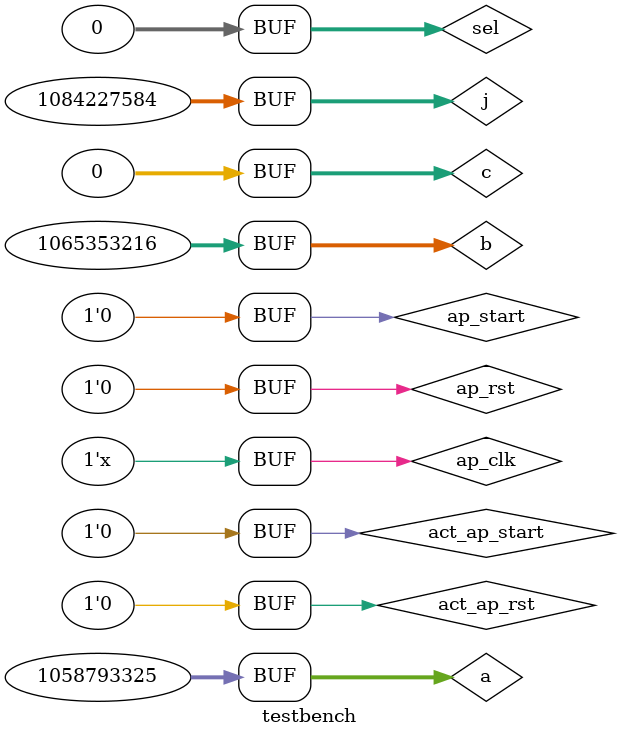
<source format=v>
`timescale 1ns / 1ps


module testbench();

    reg ap_clk;
    reg ap_rst;
    reg ap_start;
    wire ap_done;
    wire ap_idle;
    wire ap_ready;
    wire [31:0] ap_return;
    reg [31:0] a;
    reg [31:0] b;
    reg [31:0] c;
    reg [31:0] j;
    
    reg act_ap_rst;
    reg act_ap_start;
    wire act_ap_done;
    wire act_ap_idle;
    wire act_ap_ready;
    reg [31:0] sel;
    wire [31:0] neuron_output;
    
top dut(
  .ap_clk(ap_clk),        // input wire ap_clk
  .ap_rst(ap_rst),        // input wire ap_rst
  .ap_start(ap_start),    // input wire ap_start
  .ap_done(ap_done),      // output wire ap_done
  .ap_idle(ap_idle),      // output wire ap_idle
  .ap_ready(ap_ready),    // output wire ap_ready
  .ap_return(ap_return),  // output wire [31 : 0] ap_return
  .a(a),                  // input wire [31 : 0] a
  .b(b),                  // input wire [31 : 0] b
  .c(c),                  // input wire [31 : 0] c
  .j(j),
  .act_ap_rst(act_ap_rst),
  .act_ap_start(act_ap_start),
  .act_ap_done(act_ap_done),
  .act_ap_idle(act_ap_idle),
  .act_ap_ready(act_ap_ready),
  .sel(sel),
  .neuron_output(neuron_output)
);

initial begin
    ap_clk = 0;
    ap_rst = 1;
    ap_start = 0;
    act_ap_rst = 1;
    act_ap_start = 0;
    j = 32'b01000000101000000000000000000000;
    
    #30
    ap_rst = 0;
    ap_start = 1;
    
    #20
    a = 32'b00111111000110111110011101101101;
    b = 32'b00111111100000000000000000000000;
    c = 32'b00000000000000000000000000000000;
    sel = 32'd0;
    #20
    ap_start = 0;
    
    #2000
    act_ap_rst = 0;
        #5
    act_ap_start = 1;
    
        #20 
    act_ap_start = 0;
end

always begin
    #10 ap_clk = ~ap_clk;
end
endmodule

</source>
